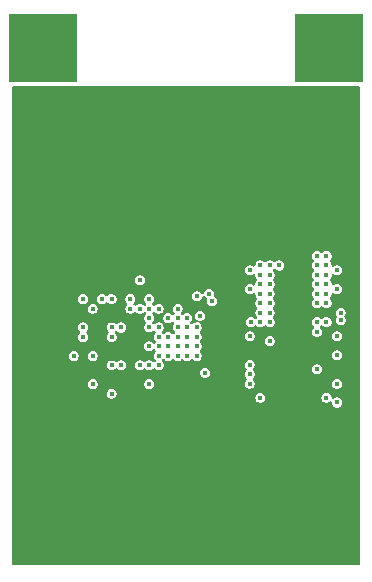
<source format=gbr>
%TF.GenerationSoftware,KiCad,Pcbnew,9.0.3*%
%TF.CreationDate,2025-08-17T15:03:40+03:00*%
%TF.ProjectId,ThingsCore-1,5468696e-6773-4436-9f72-652d312e6b69,rev?*%
%TF.SameCoordinates,Original*%
%TF.FileFunction,Copper,L5,Inr*%
%TF.FilePolarity,Positive*%
%FSLAX46Y46*%
G04 Gerber Fmt 4.6, Leading zero omitted, Abs format (unit mm)*
G04 Created by KiCad (PCBNEW 9.0.3) date 2025-08-17 15:03:40*
%MOMM*%
%LPD*%
G01*
G04 APERTURE LIST*
%TA.AperFunction,ComponentPad*%
%ADD10R,5.800000X5.800000*%
%TD*%
%TA.AperFunction,ViaPad*%
%ADD11C,0.450000*%
%TD*%
G04 APERTURE END LIST*
D10*
%TO.N,*%
%TO.C,U1*%
X15307328Y-15308537D03*
X39486338Y-15314455D03*
%TD*%
D11*
%TO.N,GND*%
X22700000Y-42149998D03*
X20350000Y-34200000D03*
X32800000Y-45300000D03*
X21900000Y-41350000D03*
X25100000Y-36550000D03*
X40200000Y-42100000D03*
X33700000Y-42500000D03*
X39300000Y-39300000D03*
X40200000Y-33300000D03*
X21900000Y-37350000D03*
X17950000Y-42100000D03*
X19500000Y-39750000D03*
X32800000Y-36500000D03*
X33700000Y-39300000D03*
X34500000Y-42500000D03*
X27900000Y-46300000D03*
X22700000Y-40550000D03*
X25900000Y-42149998D03*
X40200000Y-42900000D03*
X21900000Y-39750000D03*
X40200000Y-44500000D03*
X25900000Y-37350000D03*
X40200000Y-34900000D03*
X28950000Y-36550000D03*
X37700000Y-44100000D03*
X40200000Y-36500000D03*
X32800000Y-44619850D03*
X40200000Y-40500000D03*
X28300000Y-32550000D03*
X16350000Y-35000000D03*
X19500000Y-42950000D03*
X17950000Y-35800000D03*
X32800000Y-40500000D03*
X23500000Y-35750000D03*
X32800000Y-41300000D03*
X24300002Y-42950000D03*
X16350000Y-40500000D03*
X25900000Y-38950000D03*
X32800000Y-33300000D03*
X34500000Y-40900000D03*
X32800000Y-34900000D03*
X23500002Y-43750000D03*
X20300000Y-44550002D03*
X21100000Y-37350000D03*
X14700000Y-45350000D03*
X18650000Y-41400000D03*
X21100000Y-41350000D03*
X18700000Y-43750000D03*
X25100000Y-45349998D03*
X39300000Y-42500000D03*
X17900000Y-39750000D03*
X14700000Y-32550000D03*
%TO.N,3V3_VDD*%
X22700000Y-36550002D03*
X22700000Y-37349998D03*
X17900000Y-41350000D03*
X23500000Y-42150000D03*
X18700000Y-39750000D03*
X21900000Y-42150000D03*
X23500000Y-34950000D03*
X19500000Y-37350000D03*
X19500000Y-41350000D03*
X21100000Y-44550002D03*
X21100000Y-42150000D03*
X19500000Y-43750002D03*
X24299998Y-43750000D03*
%TO.N,1V25_CORE*%
X18700000Y-38950000D03*
X21900000Y-38950000D03*
X21100000Y-36550000D03*
X21100000Y-39750000D03*
X21100000Y-38950000D03*
X20300000Y-36550000D03*
X18700000Y-36550000D03*
X25100000Y-39750000D03*
%TO.N,1V35_DDR*%
X24299998Y-36550000D03*
X33700000Y-38500000D03*
X40200000Y-41300000D03*
X32800000Y-42100000D03*
X32800000Y-35700000D03*
X32800000Y-43700000D03*
X32800000Y-39700000D03*
X40200000Y-43700000D03*
X32800000Y-42900000D03*
X34500000Y-40100000D03*
X24293963Y-38942155D03*
X39300000Y-44900000D03*
X38500000Y-39300000D03*
X40200000Y-34100000D03*
X39300000Y-38500000D03*
X40200000Y-45300000D03*
X38500000Y-42500000D03*
X33700000Y-44900000D03*
X23500002Y-37350000D03*
X24300000Y-42150000D03*
X40200000Y-35700000D03*
X24273127Y-40549991D03*
X32800000Y-34100000D03*
%TO.N,/DDR3/DDR_VREF*%
X25100000Y-42150000D03*
X40200000Y-39700000D03*
X33700000Y-36900000D03*
%TO.N,/DDR3/DDR_CLK_N*%
X34500000Y-37700000D03*
X28300000Y-39750000D03*
%TO.N,/DDR3/DDR_CLK_P*%
X27500000Y-39750000D03*
X34500000Y-38500000D03*
%TO.N,/DDR3/ZQ*%
X29025000Y-42775000D03*
X33700000Y-37700000D03*
%TO.N,/DDR3/DDR_CKE*%
X32900000Y-38500000D03*
X25900000Y-40550000D03*
%TO.N,/DDR3/DDR_RESETN*%
X39300000Y-32900000D03*
X28350000Y-36300000D03*
%TO.N,/DDR3/DDR_BA1*%
X33700000Y-36100000D03*
X26700000Y-41350000D03*
%TO.N,/DDR3/DDR_RASN*%
X38500000Y-38500000D03*
X28300000Y-38950000D03*
%TO.N,/DDR3/DDR_BA0*%
X28600000Y-37950000D03*
X39300000Y-36100000D03*
%TO.N,/DDR3/DDR_A4*%
X33700000Y-35300000D03*
X25100000Y-41350000D03*
%TO.N,/DDR3/DDR_A2*%
X38500000Y-34500000D03*
X29600000Y-36700000D03*
%TO.N,/DDR3/DDR_A6*%
X33700000Y-34500000D03*
X27500000Y-41350000D03*
%TO.N,/DDR3/DDR_A11*%
X34500000Y-33700000D03*
X25100000Y-40550000D03*
%TO.N,/DDR3/DDR_A1*%
X34500000Y-34500000D03*
X26700000Y-40550000D03*
%TO.N,/DDR3/DDR_A5*%
X29350000Y-36100000D03*
X39300000Y-34500000D03*
%TO.N,/DDR3/DDR_CSN*%
X39300000Y-36900000D03*
X27500000Y-38900000D03*
%TO.N,/DDR3/DDR_A0*%
X27500000Y-38150000D03*
X38500000Y-35300000D03*
%TO.N,/DDR3/DDR_A13*%
X25100000Y-37350000D03*
X38500000Y-32900000D03*
%TO.N,/DDR3/DDR_ODT*%
X26700000Y-38900000D03*
X40500000Y-38350000D03*
%TO.N,/DDR3/DDR_A15*%
X27500000Y-40550000D03*
X34500000Y-36100000D03*
%TO.N,/DDR3/DDR_A7*%
X39300000Y-33700000D03*
X25900000Y-38150000D03*
%TO.N,/DDR3/DDR_BA2*%
X24300000Y-38150000D03*
X24300000Y-37350000D03*
X38500000Y-36100000D03*
%TO.N,/DDR3/DDR_A10*%
X34500000Y-36900000D03*
X25900000Y-39750000D03*
%TO.N,/DDR3/DDR_WEN*%
X25100000Y-38950000D03*
X38500000Y-36900000D03*
%TO.N,/DDR3/DDR_A9*%
X38500000Y-33700000D03*
X26700000Y-37350000D03*
%TO.N,/DDR3/DDR_A3*%
X26700000Y-38150000D03*
X39300000Y-35300000D03*
%TO.N,/DDR3/DDR_A14*%
X28300000Y-41350000D03*
X35300000Y-33700000D03*
%TO.N,/DDR3/DDR_A12*%
X28300000Y-40550000D03*
X34500000Y-35300000D03*
%TO.N,/DDR3/DDR_A8*%
X33700000Y-33700000D03*
X25900000Y-41350000D03*
%TO.N,/DDR3/DDR_CASN*%
X40500000Y-37700000D03*
X26700000Y-39750000D03*
%TD*%
%TA.AperFunction,Conductor*%
%TO.N,GND*%
G36*
X42093039Y-18519685D02*
G01*
X42138794Y-18572489D01*
X42150000Y-18624000D01*
X42150000Y-58976000D01*
X42130315Y-59043039D01*
X42077511Y-59088794D01*
X42026000Y-59100000D01*
X12774000Y-59100000D01*
X12706961Y-59080315D01*
X12661206Y-59027511D01*
X12650000Y-58976000D01*
X12650000Y-44493984D01*
X20674500Y-44493984D01*
X20674500Y-44606020D01*
X20703497Y-44714239D01*
X20759515Y-44811265D01*
X20838737Y-44890487D01*
X20935763Y-44946505D01*
X21043982Y-44975502D01*
X21043984Y-44975502D01*
X21156016Y-44975502D01*
X21156018Y-44975502D01*
X21264237Y-44946505D01*
X21361263Y-44890487D01*
X21407768Y-44843982D01*
X33274500Y-44843982D01*
X33274500Y-44956018D01*
X33303497Y-45064237D01*
X33359515Y-45161263D01*
X33438737Y-45240485D01*
X33535763Y-45296503D01*
X33643982Y-45325500D01*
X33643984Y-45325500D01*
X33756016Y-45325500D01*
X33756018Y-45325500D01*
X33864237Y-45296503D01*
X33961263Y-45240485D01*
X34040485Y-45161263D01*
X34096503Y-45064237D01*
X34125500Y-44956018D01*
X34125500Y-44843982D01*
X38874500Y-44843982D01*
X38874500Y-44956018D01*
X38903497Y-45064237D01*
X38959515Y-45161263D01*
X39038737Y-45240485D01*
X39135763Y-45296503D01*
X39243982Y-45325500D01*
X39243984Y-45325500D01*
X39356016Y-45325500D01*
X39356018Y-45325500D01*
X39464237Y-45296503D01*
X39561263Y-45240485D01*
X39562819Y-45238929D01*
X39564451Y-45238037D01*
X39567709Y-45235538D01*
X39568098Y-45236045D01*
X39624142Y-45205444D01*
X39693834Y-45210428D01*
X39749767Y-45252300D01*
X39774184Y-45317764D01*
X39774500Y-45326610D01*
X39774500Y-45356018D01*
X39803497Y-45464237D01*
X39859515Y-45561263D01*
X39938737Y-45640485D01*
X40035763Y-45696503D01*
X40143982Y-45725500D01*
X40143984Y-45725500D01*
X40256016Y-45725500D01*
X40256018Y-45725500D01*
X40364237Y-45696503D01*
X40461263Y-45640485D01*
X40540485Y-45561263D01*
X40596503Y-45464237D01*
X40625500Y-45356018D01*
X40625500Y-45243982D01*
X40596503Y-45135763D01*
X40540485Y-45038737D01*
X40461263Y-44959515D01*
X40364237Y-44903497D01*
X40256018Y-44874500D01*
X40143982Y-44874500D01*
X40035763Y-44903497D01*
X40035760Y-44903498D01*
X39938740Y-44959513D01*
X39938734Y-44959517D01*
X39937181Y-44961071D01*
X39935548Y-44961962D01*
X39932291Y-44964462D01*
X39931901Y-44963954D01*
X39875858Y-44994556D01*
X39806166Y-44989572D01*
X39750233Y-44947700D01*
X39725816Y-44882236D01*
X39725500Y-44873390D01*
X39725500Y-44843984D01*
X39725500Y-44843982D01*
X39696503Y-44735763D01*
X39640485Y-44638737D01*
X39561263Y-44559515D01*
X39464237Y-44503497D01*
X39356018Y-44474500D01*
X39243982Y-44474500D01*
X39135763Y-44503497D01*
X39135760Y-44503498D01*
X39038740Y-44559513D01*
X39038734Y-44559517D01*
X38959517Y-44638734D01*
X38959513Y-44638740D01*
X38903498Y-44735760D01*
X38903497Y-44735763D01*
X38874500Y-44843982D01*
X34125500Y-44843982D01*
X34096503Y-44735763D01*
X34040485Y-44638737D01*
X33961263Y-44559515D01*
X33864237Y-44503497D01*
X33756018Y-44474500D01*
X33643982Y-44474500D01*
X33535763Y-44503497D01*
X33535760Y-44503498D01*
X33438740Y-44559513D01*
X33438734Y-44559517D01*
X33359517Y-44638734D01*
X33359513Y-44638740D01*
X33303498Y-44735760D01*
X33303497Y-44735763D01*
X33274500Y-44843982D01*
X21407768Y-44843982D01*
X21440485Y-44811265D01*
X21496503Y-44714239D01*
X21525500Y-44606020D01*
X21525500Y-44493984D01*
X21496503Y-44385765D01*
X21440485Y-44288739D01*
X21361263Y-44209517D01*
X21264237Y-44153499D01*
X21156018Y-44124502D01*
X21043982Y-44124502D01*
X20935763Y-44153499D01*
X20935760Y-44153500D01*
X20838740Y-44209515D01*
X20838734Y-44209519D01*
X20759517Y-44288736D01*
X20759513Y-44288742D01*
X20703498Y-44385762D01*
X20703497Y-44385765D01*
X20674500Y-44493984D01*
X12650000Y-44493984D01*
X12650000Y-43693984D01*
X19074500Y-43693984D01*
X19074500Y-43806020D01*
X19103497Y-43914239D01*
X19159515Y-44011265D01*
X19238737Y-44090487D01*
X19335763Y-44146505D01*
X19443982Y-44175502D01*
X19443984Y-44175502D01*
X19556016Y-44175502D01*
X19556018Y-44175502D01*
X19664237Y-44146505D01*
X19761263Y-44090487D01*
X19840485Y-44011265D01*
X19896503Y-43914239D01*
X19925500Y-43806020D01*
X19925500Y-43693984D01*
X19925499Y-43693982D01*
X23874498Y-43693982D01*
X23874498Y-43806018D01*
X23903495Y-43914237D01*
X23959513Y-44011263D01*
X24038735Y-44090485D01*
X24135761Y-44146503D01*
X24243980Y-44175500D01*
X24243982Y-44175500D01*
X24356014Y-44175500D01*
X24356016Y-44175500D01*
X24464235Y-44146503D01*
X24561261Y-44090485D01*
X24640483Y-44011263D01*
X24696501Y-43914237D01*
X24725498Y-43806018D01*
X24725498Y-43693982D01*
X24696501Y-43585763D01*
X24640483Y-43488737D01*
X24561261Y-43409515D01*
X24474662Y-43359517D01*
X24464237Y-43353498D01*
X24464236Y-43353497D01*
X24464235Y-43353497D01*
X24356016Y-43324500D01*
X24243980Y-43324500D01*
X24135761Y-43353497D01*
X24135758Y-43353498D01*
X24038738Y-43409513D01*
X24038732Y-43409517D01*
X23959515Y-43488734D01*
X23959511Y-43488740D01*
X23903496Y-43585760D01*
X23903495Y-43585763D01*
X23874498Y-43693982D01*
X19925499Y-43693982D01*
X19896503Y-43585765D01*
X19840485Y-43488739D01*
X19761263Y-43409517D01*
X19696579Y-43372171D01*
X19664239Y-43353500D01*
X19664238Y-43353499D01*
X19664237Y-43353499D01*
X19556018Y-43324502D01*
X19443982Y-43324502D01*
X19335763Y-43353499D01*
X19335760Y-43353500D01*
X19238740Y-43409515D01*
X19238734Y-43409519D01*
X19159517Y-43488736D01*
X19159513Y-43488742D01*
X19103498Y-43585762D01*
X19103498Y-43585763D01*
X19103497Y-43585765D01*
X19074500Y-43693984D01*
X12650000Y-43693984D01*
X12650000Y-42718982D01*
X28599500Y-42718982D01*
X28599500Y-42831018D01*
X28617047Y-42896502D01*
X28628497Y-42939236D01*
X28628498Y-42939239D01*
X28647169Y-42971579D01*
X28684515Y-43036263D01*
X28763737Y-43115485D01*
X28860763Y-43171503D01*
X28968982Y-43200500D01*
X28968984Y-43200500D01*
X29081016Y-43200500D01*
X29081018Y-43200500D01*
X29189237Y-43171503D01*
X29286263Y-43115485D01*
X29365485Y-43036263D01*
X29421503Y-42939237D01*
X29450500Y-42831018D01*
X29450500Y-42718982D01*
X29421503Y-42610763D01*
X29365485Y-42513737D01*
X29286263Y-42434515D01*
X29189237Y-42378497D01*
X29081018Y-42349500D01*
X28968982Y-42349500D01*
X28860763Y-42378497D01*
X28860760Y-42378498D01*
X28763740Y-42434513D01*
X28763734Y-42434517D01*
X28684517Y-42513734D01*
X28684513Y-42513740D01*
X28628498Y-42610760D01*
X28628497Y-42610763D01*
X28599500Y-42718982D01*
X12650000Y-42718982D01*
X12650000Y-42093982D01*
X20674500Y-42093982D01*
X20674500Y-42206018D01*
X20703497Y-42314237D01*
X20759515Y-42411263D01*
X20838737Y-42490485D01*
X20935763Y-42546503D01*
X21043982Y-42575500D01*
X21043984Y-42575500D01*
X21156016Y-42575500D01*
X21156018Y-42575500D01*
X21264237Y-42546503D01*
X21361263Y-42490485D01*
X21412319Y-42439429D01*
X21473642Y-42405944D01*
X21543334Y-42410928D01*
X21587681Y-42439429D01*
X21638737Y-42490485D01*
X21735763Y-42546503D01*
X21843982Y-42575500D01*
X21843984Y-42575500D01*
X21956016Y-42575500D01*
X21956018Y-42575500D01*
X22064237Y-42546503D01*
X22161263Y-42490485D01*
X22240485Y-42411263D01*
X22296503Y-42314237D01*
X22325500Y-42206018D01*
X22325500Y-42093982D01*
X22296503Y-41985763D01*
X22240485Y-41888737D01*
X22161263Y-41809515D01*
X22074664Y-41759517D01*
X22064239Y-41753498D01*
X22064238Y-41753497D01*
X22064237Y-41753497D01*
X21956018Y-41724500D01*
X21843982Y-41724500D01*
X21735763Y-41753497D01*
X21735760Y-41753498D01*
X21638740Y-41809513D01*
X21638734Y-41809517D01*
X21587681Y-41860571D01*
X21526358Y-41894056D01*
X21456666Y-41889072D01*
X21412319Y-41860571D01*
X21361265Y-41809517D01*
X21361263Y-41809515D01*
X21274664Y-41759517D01*
X21264239Y-41753498D01*
X21264238Y-41753497D01*
X21264237Y-41753497D01*
X21156018Y-41724500D01*
X21043982Y-41724500D01*
X20935763Y-41753497D01*
X20935760Y-41753498D01*
X20838740Y-41809513D01*
X20838734Y-41809517D01*
X20759517Y-41888734D01*
X20759513Y-41888740D01*
X20703498Y-41985760D01*
X20703497Y-41985763D01*
X20674500Y-42093982D01*
X12650000Y-42093982D01*
X12650000Y-41293982D01*
X17474500Y-41293982D01*
X17474500Y-41406018D01*
X17503497Y-41514237D01*
X17559515Y-41611263D01*
X17638737Y-41690485D01*
X17735763Y-41746503D01*
X17843982Y-41775500D01*
X17843984Y-41775500D01*
X17956016Y-41775500D01*
X17956018Y-41775500D01*
X18064237Y-41746503D01*
X18161263Y-41690485D01*
X18240485Y-41611263D01*
X18296503Y-41514237D01*
X18325500Y-41406018D01*
X18325500Y-41293982D01*
X19074500Y-41293982D01*
X19074500Y-41406018D01*
X19103497Y-41514237D01*
X19159515Y-41611263D01*
X19238737Y-41690485D01*
X19335763Y-41746503D01*
X19443982Y-41775500D01*
X19443984Y-41775500D01*
X19556016Y-41775500D01*
X19556018Y-41775500D01*
X19664237Y-41746503D01*
X19761263Y-41690485D01*
X19840485Y-41611263D01*
X19896503Y-41514237D01*
X19925500Y-41406018D01*
X19925500Y-41293982D01*
X19896503Y-41185763D01*
X19840485Y-41088737D01*
X19761263Y-41009515D01*
X19674664Y-40959517D01*
X19664239Y-40953498D01*
X19664238Y-40953497D01*
X19664237Y-40953497D01*
X19556018Y-40924500D01*
X19443982Y-40924500D01*
X19335763Y-40953497D01*
X19335760Y-40953498D01*
X19238740Y-41009513D01*
X19238734Y-41009517D01*
X19159517Y-41088734D01*
X19159513Y-41088740D01*
X19103498Y-41185760D01*
X19103497Y-41185763D01*
X19074500Y-41293982D01*
X18325500Y-41293982D01*
X18296503Y-41185763D01*
X18240485Y-41088737D01*
X18161263Y-41009515D01*
X18074664Y-40959517D01*
X18064239Y-40953498D01*
X18064238Y-40953497D01*
X18064237Y-40953497D01*
X17956018Y-40924500D01*
X17843982Y-40924500D01*
X17735763Y-40953497D01*
X17735760Y-40953498D01*
X17638740Y-41009513D01*
X17638734Y-41009517D01*
X17559517Y-41088734D01*
X17559513Y-41088740D01*
X17503498Y-41185760D01*
X17503497Y-41185763D01*
X17474500Y-41293982D01*
X12650000Y-41293982D01*
X12650000Y-38893982D01*
X18274500Y-38893982D01*
X18274500Y-39006018D01*
X18303497Y-39114237D01*
X18359515Y-39211263D01*
X18359517Y-39211265D01*
X18410571Y-39262319D01*
X18444056Y-39323642D01*
X18439072Y-39393334D01*
X18410571Y-39437681D01*
X18359517Y-39488734D01*
X18359513Y-39488740D01*
X18303498Y-39585760D01*
X18303497Y-39585763D01*
X18274500Y-39693982D01*
X18274500Y-39806018D01*
X18303497Y-39914237D01*
X18359515Y-40011263D01*
X18438737Y-40090485D01*
X18535763Y-40146503D01*
X18643982Y-40175500D01*
X18643984Y-40175500D01*
X18756016Y-40175500D01*
X18756018Y-40175500D01*
X18864237Y-40146503D01*
X18961263Y-40090485D01*
X19040485Y-40011263D01*
X19096503Y-39914237D01*
X19125500Y-39806018D01*
X19125500Y-39693982D01*
X19096503Y-39585763D01*
X19040485Y-39488737D01*
X18989429Y-39437681D01*
X18955944Y-39376358D01*
X18960928Y-39306666D01*
X18989429Y-39262319D01*
X19014429Y-39237319D01*
X19040485Y-39211263D01*
X19096503Y-39114237D01*
X19125500Y-39006018D01*
X19125500Y-38893982D01*
X20674500Y-38893982D01*
X20674500Y-39006018D01*
X20703497Y-39114237D01*
X20759515Y-39211263D01*
X20759517Y-39211265D01*
X20810571Y-39262319D01*
X20844056Y-39323642D01*
X20839072Y-39393334D01*
X20810571Y-39437681D01*
X20759517Y-39488734D01*
X20759513Y-39488740D01*
X20703498Y-39585760D01*
X20703497Y-39585763D01*
X20674500Y-39693982D01*
X20674500Y-39806018D01*
X20703497Y-39914237D01*
X20759515Y-40011263D01*
X20838737Y-40090485D01*
X20935763Y-40146503D01*
X21043982Y-40175500D01*
X21043984Y-40175500D01*
X21156016Y-40175500D01*
X21156018Y-40175500D01*
X21264237Y-40146503D01*
X21361263Y-40090485D01*
X21440485Y-40011263D01*
X21496503Y-39914237D01*
X21525500Y-39806018D01*
X21525500Y-39693982D01*
X21496503Y-39585763D01*
X21440485Y-39488737D01*
X21389429Y-39437681D01*
X21385090Y-39429735D01*
X21377843Y-39424310D01*
X21368608Y-39399550D01*
X21355944Y-39376358D01*
X21356589Y-39367328D01*
X21353426Y-39358846D01*
X21359042Y-39333025D01*
X21360928Y-39306666D01*
X21366746Y-39297612D01*
X21368278Y-39290573D01*
X21389429Y-39262319D01*
X21412319Y-39239429D01*
X21473642Y-39205944D01*
X21543334Y-39210928D01*
X21587681Y-39239429D01*
X21638737Y-39290485D01*
X21735763Y-39346503D01*
X21843982Y-39375500D01*
X21843984Y-39375500D01*
X21956016Y-39375500D01*
X21956018Y-39375500D01*
X22064237Y-39346503D01*
X22161263Y-39290485D01*
X22240485Y-39211263D01*
X22296503Y-39114237D01*
X22325500Y-39006018D01*
X22325500Y-38893982D01*
X22296503Y-38785763D01*
X22240485Y-38688737D01*
X22161263Y-38609515D01*
X22081965Y-38563732D01*
X22064239Y-38553498D01*
X22064238Y-38553497D01*
X22064237Y-38553497D01*
X21956018Y-38524500D01*
X21843982Y-38524500D01*
X21735763Y-38553497D01*
X21735760Y-38553498D01*
X21638740Y-38609513D01*
X21638734Y-38609517D01*
X21587681Y-38660571D01*
X21526358Y-38694056D01*
X21456666Y-38689072D01*
X21412319Y-38660571D01*
X21361265Y-38609517D01*
X21361263Y-38609515D01*
X21281965Y-38563732D01*
X21264239Y-38553498D01*
X21264238Y-38553497D01*
X21264237Y-38553497D01*
X21156018Y-38524500D01*
X21043982Y-38524500D01*
X20935763Y-38553497D01*
X20935760Y-38553498D01*
X20838740Y-38609513D01*
X20838734Y-38609517D01*
X20759517Y-38688734D01*
X20759513Y-38688740D01*
X20703498Y-38785760D01*
X20703497Y-38785763D01*
X20674500Y-38893982D01*
X19125500Y-38893982D01*
X19096503Y-38785763D01*
X19040485Y-38688737D01*
X18961263Y-38609515D01*
X18881965Y-38563732D01*
X18864239Y-38553498D01*
X18864238Y-38553497D01*
X18864237Y-38553497D01*
X18756018Y-38524500D01*
X18643982Y-38524500D01*
X18535763Y-38553497D01*
X18535760Y-38553498D01*
X18438740Y-38609513D01*
X18438734Y-38609517D01*
X18359517Y-38688734D01*
X18359513Y-38688740D01*
X18303498Y-38785760D01*
X18303497Y-38785763D01*
X18274500Y-38893982D01*
X12650000Y-38893982D01*
X12650000Y-37293982D01*
X19074500Y-37293982D01*
X19074500Y-37406018D01*
X19103497Y-37514237D01*
X19159515Y-37611263D01*
X19238737Y-37690485D01*
X19335763Y-37746503D01*
X19443982Y-37775500D01*
X19443984Y-37775500D01*
X19556016Y-37775500D01*
X19556018Y-37775500D01*
X19664237Y-37746503D01*
X19761263Y-37690485D01*
X19840485Y-37611263D01*
X19896503Y-37514237D01*
X19925500Y-37406018D01*
X19925500Y-37293982D01*
X19896503Y-37185763D01*
X19840485Y-37088737D01*
X19761263Y-37009515D01*
X19677681Y-36961259D01*
X19664239Y-36953498D01*
X19664238Y-36953497D01*
X19664237Y-36953497D01*
X19556018Y-36924500D01*
X19443982Y-36924500D01*
X19335763Y-36953497D01*
X19335760Y-36953498D01*
X19238740Y-37009513D01*
X19238734Y-37009517D01*
X19159517Y-37088734D01*
X19159513Y-37088740D01*
X19103498Y-37185760D01*
X19103498Y-37185761D01*
X19103497Y-37185763D01*
X19074500Y-37293982D01*
X12650000Y-37293982D01*
X12650000Y-36493982D01*
X18274500Y-36493982D01*
X18274500Y-36606018D01*
X18303497Y-36714237D01*
X18359515Y-36811263D01*
X18438737Y-36890485D01*
X18535763Y-36946503D01*
X18643982Y-36975500D01*
X18643984Y-36975500D01*
X18756016Y-36975500D01*
X18756018Y-36975500D01*
X18864237Y-36946503D01*
X18961263Y-36890485D01*
X19040485Y-36811263D01*
X19096503Y-36714237D01*
X19125500Y-36606018D01*
X19125500Y-36493982D01*
X19874500Y-36493982D01*
X19874500Y-36606018D01*
X19903497Y-36714237D01*
X19959515Y-36811263D01*
X20038737Y-36890485D01*
X20135763Y-36946503D01*
X20243982Y-36975500D01*
X20243984Y-36975500D01*
X20356016Y-36975500D01*
X20356018Y-36975500D01*
X20464237Y-36946503D01*
X20561263Y-36890485D01*
X20612319Y-36839429D01*
X20673642Y-36805944D01*
X20743334Y-36810928D01*
X20787681Y-36839429D01*
X20838737Y-36890485D01*
X20935763Y-36946503D01*
X21043982Y-36975500D01*
X21043984Y-36975500D01*
X21156016Y-36975500D01*
X21156018Y-36975500D01*
X21264237Y-36946503D01*
X21361263Y-36890485D01*
X21440485Y-36811263D01*
X21496503Y-36714237D01*
X21525500Y-36606018D01*
X21525500Y-36493984D01*
X22274500Y-36493984D01*
X22274500Y-36606020D01*
X22303497Y-36714237D01*
X22303497Y-36714238D01*
X22303498Y-36714241D01*
X22315922Y-36735760D01*
X22359515Y-36811265D01*
X22359517Y-36811267D01*
X22410569Y-36862319D01*
X22444054Y-36923642D01*
X22439070Y-36993334D01*
X22410569Y-37037681D01*
X22359517Y-37088732D01*
X22359513Y-37088738D01*
X22303498Y-37185758D01*
X22303497Y-37185761D01*
X22274500Y-37293980D01*
X22274500Y-37406016D01*
X22300002Y-37501189D01*
X22303497Y-37514234D01*
X22303498Y-37514237D01*
X22315924Y-37535760D01*
X22359515Y-37611261D01*
X22438737Y-37690483D01*
X22535763Y-37746501D01*
X22643982Y-37775498D01*
X22643984Y-37775498D01*
X22756016Y-37775498D01*
X22756018Y-37775498D01*
X22864237Y-37746501D01*
X22961263Y-37690483D01*
X23012319Y-37639427D01*
X23073642Y-37605942D01*
X23143334Y-37610926D01*
X23187681Y-37639427D01*
X23238739Y-37690485D01*
X23335765Y-37746503D01*
X23443984Y-37775500D01*
X23443986Y-37775500D01*
X23556018Y-37775500D01*
X23556020Y-37775500D01*
X23664239Y-37746503D01*
X23761265Y-37690485D01*
X23812320Y-37639430D01*
X23820265Y-37635091D01*
X23825691Y-37627844D01*
X23850450Y-37618609D01*
X23873643Y-37605945D01*
X23882672Y-37606590D01*
X23891155Y-37603427D01*
X23916975Y-37609043D01*
X23943335Y-37610929D01*
X23952388Y-37616747D01*
X23959428Y-37618279D01*
X23987682Y-37639430D01*
X24010571Y-37662319D01*
X24044056Y-37723642D01*
X24039072Y-37793334D01*
X24010571Y-37837681D01*
X23959517Y-37888734D01*
X23959513Y-37888740D01*
X23903498Y-37985760D01*
X23903497Y-37985763D01*
X23874500Y-38093982D01*
X23874500Y-38206018D01*
X23903497Y-38314237D01*
X23959515Y-38411263D01*
X23959517Y-38411265D01*
X24003630Y-38455378D01*
X24037115Y-38516701D01*
X24032131Y-38586393D01*
X24003630Y-38630740D01*
X23953480Y-38680889D01*
X23953476Y-38680895D01*
X23898857Y-38775499D01*
X23897460Y-38777918D01*
X23868463Y-38886137D01*
X23868463Y-38998173D01*
X23897460Y-39106392D01*
X23953478Y-39203418D01*
X24032700Y-39282640D01*
X24129726Y-39338658D01*
X24237945Y-39367655D01*
X24237947Y-39367655D01*
X24349979Y-39367655D01*
X24349981Y-39367655D01*
X24458200Y-39338658D01*
X24555226Y-39282640D01*
X24605378Y-39232488D01*
X24613323Y-39228149D01*
X24618749Y-39220902D01*
X24643508Y-39211667D01*
X24666701Y-39199003D01*
X24675730Y-39199648D01*
X24684213Y-39196485D01*
X24710033Y-39202101D01*
X24736393Y-39203987D01*
X24745446Y-39209805D01*
X24752486Y-39211337D01*
X24780740Y-39232488D01*
X24810571Y-39262319D01*
X24844056Y-39323642D01*
X24839072Y-39393334D01*
X24810571Y-39437681D01*
X24759517Y-39488734D01*
X24759513Y-39488740D01*
X24703498Y-39585760D01*
X24703497Y-39585763D01*
X24674500Y-39693982D01*
X24674500Y-39806018D01*
X24703497Y-39914237D01*
X24759515Y-40011263D01*
X24759517Y-40011265D01*
X24810571Y-40062319D01*
X24814909Y-40070264D01*
X24822157Y-40075690D01*
X24831391Y-40100449D01*
X24844056Y-40123642D01*
X24843410Y-40132671D01*
X24846574Y-40141154D01*
X24840957Y-40166974D01*
X24839072Y-40193334D01*
X24833253Y-40202387D01*
X24831722Y-40209427D01*
X24810571Y-40237681D01*
X24774249Y-40274003D01*
X24712926Y-40307488D01*
X24643234Y-40302504D01*
X24598887Y-40274003D01*
X24534392Y-40209508D01*
X24534390Y-40209506D01*
X24469706Y-40172160D01*
X24437366Y-40153489D01*
X24437365Y-40153488D01*
X24437364Y-40153488D01*
X24329145Y-40124491D01*
X24217109Y-40124491D01*
X24108890Y-40153488D01*
X24108887Y-40153489D01*
X24011867Y-40209504D01*
X24011861Y-40209508D01*
X23932644Y-40288725D01*
X23932640Y-40288731D01*
X23876625Y-40385751D01*
X23876624Y-40385754D01*
X23847627Y-40493973D01*
X23847627Y-40606009D01*
X23847630Y-40606018D01*
X23876624Y-40714227D01*
X23876625Y-40714230D01*
X23876629Y-40714237D01*
X23932642Y-40811254D01*
X24011864Y-40890476D01*
X24108890Y-40946494D01*
X24217109Y-40975491D01*
X24217111Y-40975491D01*
X24329143Y-40975491D01*
X24329145Y-40975491D01*
X24437364Y-40946494D01*
X24534390Y-40890476D01*
X24598878Y-40825988D01*
X24606823Y-40821649D01*
X24612249Y-40814402D01*
X24637008Y-40805167D01*
X24660201Y-40792503D01*
X24669230Y-40793148D01*
X24677713Y-40789985D01*
X24703533Y-40795601D01*
X24729893Y-40797487D01*
X24738946Y-40803305D01*
X24745986Y-40804837D01*
X24774240Y-40825988D01*
X24810571Y-40862319D01*
X24844056Y-40923642D01*
X24839072Y-40993334D01*
X24810571Y-41037681D01*
X24759517Y-41088734D01*
X24759513Y-41088740D01*
X24703498Y-41185760D01*
X24703497Y-41185763D01*
X24674500Y-41293982D01*
X24674500Y-41406018D01*
X24703497Y-41514237D01*
X24759515Y-41611263D01*
X24759517Y-41611265D01*
X24810571Y-41662319D01*
X24814909Y-41670264D01*
X24822157Y-41675690D01*
X24831391Y-41700449D01*
X24844056Y-41723642D01*
X24843410Y-41732671D01*
X24846574Y-41741154D01*
X24840957Y-41766974D01*
X24839072Y-41793334D01*
X24833253Y-41802387D01*
X24831722Y-41809427D01*
X24810571Y-41837681D01*
X24787681Y-41860571D01*
X24726358Y-41894056D01*
X24656666Y-41889072D01*
X24612319Y-41860571D01*
X24561265Y-41809517D01*
X24561263Y-41809515D01*
X24474664Y-41759517D01*
X24464239Y-41753498D01*
X24464238Y-41753497D01*
X24464237Y-41753497D01*
X24356018Y-41724500D01*
X24243982Y-41724500D01*
X24135763Y-41753497D01*
X24135760Y-41753498D01*
X24038740Y-41809513D01*
X24038734Y-41809517D01*
X23987681Y-41860571D01*
X23926358Y-41894056D01*
X23856666Y-41889072D01*
X23812319Y-41860571D01*
X23761265Y-41809517D01*
X23761263Y-41809515D01*
X23674664Y-41759517D01*
X23664239Y-41753498D01*
X23664238Y-41753497D01*
X23664237Y-41753497D01*
X23556018Y-41724500D01*
X23443982Y-41724500D01*
X23335763Y-41753497D01*
X23335760Y-41753498D01*
X23238740Y-41809513D01*
X23238734Y-41809517D01*
X23159517Y-41888734D01*
X23159513Y-41888740D01*
X23103498Y-41985760D01*
X23103497Y-41985763D01*
X23074500Y-42093982D01*
X23074500Y-42206018D01*
X23103497Y-42314237D01*
X23159515Y-42411263D01*
X23238737Y-42490485D01*
X23335763Y-42546503D01*
X23443982Y-42575500D01*
X23443984Y-42575500D01*
X23556016Y-42575500D01*
X23556018Y-42575500D01*
X23664237Y-42546503D01*
X23761263Y-42490485D01*
X23812319Y-42439429D01*
X23873642Y-42405944D01*
X23943334Y-42410928D01*
X23987681Y-42439429D01*
X24038737Y-42490485D01*
X24135763Y-42546503D01*
X24243982Y-42575500D01*
X24243984Y-42575500D01*
X24356016Y-42575500D01*
X24356018Y-42575500D01*
X24464237Y-42546503D01*
X24561263Y-42490485D01*
X24612319Y-42439429D01*
X24673642Y-42405944D01*
X24743334Y-42410928D01*
X24787681Y-42439429D01*
X24838737Y-42490485D01*
X24935763Y-42546503D01*
X25043982Y-42575500D01*
X25043984Y-42575500D01*
X25156016Y-42575500D01*
X25156018Y-42575500D01*
X25264237Y-42546503D01*
X25361263Y-42490485D01*
X25440485Y-42411263D01*
X25496503Y-42314237D01*
X25525500Y-42206018D01*
X25525500Y-42093982D01*
X25512103Y-42043982D01*
X32374500Y-42043982D01*
X32374500Y-42156018D01*
X32403497Y-42264237D01*
X32459515Y-42361263D01*
X32459517Y-42361265D01*
X32510571Y-42412319D01*
X32544056Y-42473642D01*
X32539072Y-42543334D01*
X32510571Y-42587681D01*
X32459517Y-42638734D01*
X32459513Y-42638740D01*
X32403498Y-42735760D01*
X32403497Y-42735763D01*
X32374500Y-42843982D01*
X32374500Y-42956018D01*
X32403497Y-43064237D01*
X32459515Y-43161263D01*
X32459517Y-43161265D01*
X32510571Y-43212319D01*
X32544056Y-43273642D01*
X32539072Y-43343334D01*
X32510571Y-43387681D01*
X32459517Y-43438734D01*
X32459513Y-43438740D01*
X32403498Y-43535760D01*
X32403497Y-43535763D01*
X32374500Y-43643982D01*
X32374500Y-43756018D01*
X32403497Y-43864237D01*
X32459515Y-43961263D01*
X32538737Y-44040485D01*
X32635763Y-44096503D01*
X32743982Y-44125500D01*
X32743984Y-44125500D01*
X32856016Y-44125500D01*
X32856018Y-44125500D01*
X32964237Y-44096503D01*
X33061263Y-44040485D01*
X33140485Y-43961263D01*
X33196503Y-43864237D01*
X33225500Y-43756018D01*
X33225500Y-43643982D01*
X39774500Y-43643982D01*
X39774500Y-43756018D01*
X39803497Y-43864237D01*
X39859515Y-43961263D01*
X39938737Y-44040485D01*
X40035763Y-44096503D01*
X40143982Y-44125500D01*
X40143984Y-44125500D01*
X40256016Y-44125500D01*
X40256018Y-44125500D01*
X40364237Y-44096503D01*
X40461263Y-44040485D01*
X40540485Y-43961263D01*
X40596503Y-43864237D01*
X40625500Y-43756018D01*
X40625500Y-43643982D01*
X40596503Y-43535763D01*
X40540485Y-43438737D01*
X40461263Y-43359515D01*
X40364237Y-43303497D01*
X40256018Y-43274500D01*
X40143982Y-43274500D01*
X40035763Y-43303497D01*
X40035760Y-43303498D01*
X39938740Y-43359513D01*
X39938734Y-43359517D01*
X39859517Y-43438734D01*
X39859513Y-43438740D01*
X39803498Y-43535760D01*
X39803497Y-43535763D01*
X39774500Y-43643982D01*
X33225500Y-43643982D01*
X33196503Y-43535763D01*
X33140485Y-43438737D01*
X33089429Y-43387681D01*
X33055944Y-43326358D01*
X33060928Y-43256666D01*
X33089429Y-43212319D01*
X33101249Y-43200499D01*
X33140485Y-43161263D01*
X33196503Y-43064237D01*
X33225500Y-42956018D01*
X33225500Y-42843982D01*
X33196503Y-42735763D01*
X33140485Y-42638737D01*
X33089429Y-42587681D01*
X33085493Y-42580474D01*
X33078855Y-42575643D01*
X33068995Y-42550259D01*
X33055944Y-42526358D01*
X33056529Y-42518167D01*
X33053557Y-42510514D01*
X33058985Y-42483831D01*
X33060928Y-42456666D01*
X33066208Y-42448326D01*
X33067092Y-42443982D01*
X38074500Y-42443982D01*
X38074500Y-42556018D01*
X38103497Y-42664237D01*
X38159515Y-42761263D01*
X38238737Y-42840485D01*
X38335763Y-42896503D01*
X38443982Y-42925500D01*
X38443984Y-42925500D01*
X38556016Y-42925500D01*
X38556018Y-42925500D01*
X38664237Y-42896503D01*
X38761263Y-42840485D01*
X38840485Y-42761263D01*
X38896503Y-42664237D01*
X38925500Y-42556018D01*
X38925500Y-42443982D01*
X38896503Y-42335763D01*
X38840485Y-42238737D01*
X38761263Y-42159515D01*
X38664237Y-42103497D01*
X38556018Y-42074500D01*
X38443982Y-42074500D01*
X38335763Y-42103497D01*
X38335760Y-42103498D01*
X38238740Y-42159513D01*
X38238734Y-42159517D01*
X38159517Y-42238734D01*
X38159513Y-42238740D01*
X38103498Y-42335760D01*
X38103497Y-42335763D01*
X38074500Y-42443982D01*
X33067092Y-42443982D01*
X33067486Y-42442047D01*
X33086468Y-42416329D01*
X33088254Y-42413510D01*
X33088838Y-42412909D01*
X33140485Y-42361263D01*
X33196503Y-42264237D01*
X33225500Y-42156018D01*
X33225500Y-42043982D01*
X33196503Y-41935763D01*
X33140485Y-41838737D01*
X33061263Y-41759515D01*
X32964237Y-41703497D01*
X32856018Y-41674500D01*
X32743982Y-41674500D01*
X32635763Y-41703497D01*
X32635760Y-41703498D01*
X32538740Y-41759513D01*
X32538734Y-41759517D01*
X32459517Y-41838734D01*
X32459513Y-41838740D01*
X32403498Y-41935760D01*
X32403497Y-41935763D01*
X32374500Y-42043982D01*
X25512103Y-42043982D01*
X25496503Y-41985763D01*
X25440485Y-41888737D01*
X25389429Y-41837681D01*
X25385090Y-41829735D01*
X25377843Y-41824310D01*
X25368608Y-41799550D01*
X25355944Y-41776358D01*
X25356589Y-41767328D01*
X25353426Y-41758846D01*
X25359042Y-41733025D01*
X25360928Y-41706666D01*
X25366746Y-41697612D01*
X25368278Y-41690573D01*
X25389429Y-41662319D01*
X25412319Y-41639429D01*
X25473642Y-41605944D01*
X25543334Y-41610928D01*
X25587681Y-41639429D01*
X25638737Y-41690485D01*
X25735763Y-41746503D01*
X25843982Y-41775500D01*
X25843984Y-41775500D01*
X25956016Y-41775500D01*
X25956018Y-41775500D01*
X26064237Y-41746503D01*
X26161263Y-41690485D01*
X26212319Y-41639429D01*
X26273642Y-41605944D01*
X26343334Y-41610928D01*
X26387681Y-41639429D01*
X26438737Y-41690485D01*
X26535763Y-41746503D01*
X26643982Y-41775500D01*
X26643984Y-41775500D01*
X26756016Y-41775500D01*
X26756018Y-41775500D01*
X26864237Y-41746503D01*
X26961263Y-41690485D01*
X27012319Y-41639429D01*
X27073642Y-41605944D01*
X27143334Y-41610928D01*
X27187681Y-41639429D01*
X27238737Y-41690485D01*
X27335763Y-41746503D01*
X27443982Y-41775500D01*
X27443984Y-41775500D01*
X27556016Y-41775500D01*
X27556018Y-41775500D01*
X27664237Y-41746503D01*
X27761263Y-41690485D01*
X27812319Y-41639429D01*
X27873642Y-41605944D01*
X27943334Y-41610928D01*
X27987681Y-41639429D01*
X28038737Y-41690485D01*
X28135763Y-41746503D01*
X28243982Y-41775500D01*
X28243984Y-41775500D01*
X28356016Y-41775500D01*
X28356018Y-41775500D01*
X28464237Y-41746503D01*
X28561263Y-41690485D01*
X28640485Y-41611263D01*
X28696503Y-41514237D01*
X28725500Y-41406018D01*
X28725500Y-41293982D01*
X28712103Y-41243982D01*
X39774500Y-41243982D01*
X39774500Y-41356018D01*
X39803497Y-41464237D01*
X39859515Y-41561263D01*
X39938737Y-41640485D01*
X40035763Y-41696503D01*
X40143982Y-41725500D01*
X40143984Y-41725500D01*
X40256016Y-41725500D01*
X40256018Y-41725500D01*
X40364237Y-41696503D01*
X40461263Y-41640485D01*
X40540485Y-41561263D01*
X40596503Y-41464237D01*
X40625500Y-41356018D01*
X40625500Y-41243982D01*
X40596503Y-41135763D01*
X40540485Y-41038737D01*
X40461263Y-40959515D01*
X40364237Y-40903497D01*
X40256018Y-40874500D01*
X40143982Y-40874500D01*
X40035763Y-40903497D01*
X40035760Y-40903498D01*
X39938740Y-40959513D01*
X39938734Y-40959517D01*
X39859517Y-41038734D01*
X39859513Y-41038740D01*
X39803498Y-41135760D01*
X39803497Y-41135763D01*
X39774500Y-41243982D01*
X28712103Y-41243982D01*
X28696503Y-41185763D01*
X28640485Y-41088737D01*
X28589429Y-41037681D01*
X28555944Y-40976358D01*
X28560928Y-40906666D01*
X28589429Y-40862319D01*
X28640485Y-40811263D01*
X28696503Y-40714237D01*
X28725500Y-40606018D01*
X28725500Y-40493982D01*
X28696503Y-40385763D01*
X28640485Y-40288737D01*
X28589429Y-40237681D01*
X28555944Y-40176358D01*
X28560928Y-40106666D01*
X28589429Y-40062319D01*
X28611266Y-40040482D01*
X28640485Y-40011263D01*
X28696503Y-39914237D01*
X28725500Y-39806018D01*
X28725500Y-39693982D01*
X28712103Y-39643982D01*
X32374500Y-39643982D01*
X32374500Y-39756018D01*
X32403497Y-39864237D01*
X32459515Y-39961263D01*
X32538737Y-40040485D01*
X32635763Y-40096503D01*
X32743982Y-40125500D01*
X32743984Y-40125500D01*
X32856016Y-40125500D01*
X32856018Y-40125500D01*
X32964237Y-40096503D01*
X33055206Y-40043982D01*
X34074500Y-40043982D01*
X34074500Y-40156018D01*
X34103497Y-40264237D01*
X34159515Y-40361263D01*
X34238737Y-40440485D01*
X34335763Y-40496503D01*
X34443982Y-40525500D01*
X34443984Y-40525500D01*
X34556016Y-40525500D01*
X34556018Y-40525500D01*
X34664237Y-40496503D01*
X34761263Y-40440485D01*
X34840485Y-40361263D01*
X34896503Y-40264237D01*
X34925500Y-40156018D01*
X34925500Y-40043982D01*
X34896503Y-39935763D01*
X34840485Y-39838737D01*
X34761263Y-39759515D01*
X34664237Y-39703497D01*
X34556018Y-39674500D01*
X34443982Y-39674500D01*
X34335763Y-39703497D01*
X34335760Y-39703498D01*
X34238740Y-39759513D01*
X34238734Y-39759517D01*
X34159517Y-39838734D01*
X34159513Y-39838740D01*
X34103498Y-39935760D01*
X34103497Y-39935763D01*
X34074500Y-40043982D01*
X33055206Y-40043982D01*
X33061263Y-40040485D01*
X33140485Y-39961263D01*
X33196503Y-39864237D01*
X33225500Y-39756018D01*
X33225500Y-39643982D01*
X33196503Y-39535763D01*
X33140485Y-39438737D01*
X33061263Y-39359515D01*
X32964237Y-39303497D01*
X32856018Y-39274500D01*
X32743982Y-39274500D01*
X32635763Y-39303497D01*
X32635760Y-39303498D01*
X32538740Y-39359513D01*
X32538734Y-39359517D01*
X32459517Y-39438734D01*
X32459513Y-39438740D01*
X32403498Y-39535760D01*
X32403497Y-39535763D01*
X32374500Y-39643982D01*
X28712103Y-39643982D01*
X28696503Y-39585763D01*
X28640485Y-39488737D01*
X28589429Y-39437681D01*
X28555944Y-39376358D01*
X28560928Y-39306666D01*
X28589429Y-39262319D01*
X28614429Y-39237319D01*
X28640485Y-39211263D01*
X28696503Y-39114237D01*
X28725500Y-39006018D01*
X28725500Y-38893982D01*
X28696503Y-38785763D01*
X28640485Y-38688737D01*
X28561263Y-38609515D01*
X28556710Y-38606886D01*
X28508496Y-38556321D01*
X28495272Y-38487714D01*
X28521240Y-38422849D01*
X28578154Y-38382320D01*
X28618711Y-38375500D01*
X28656016Y-38375500D01*
X28656018Y-38375500D01*
X28764237Y-38346503D01*
X28861263Y-38290485D01*
X28940485Y-38211263D01*
X28996503Y-38114237D01*
X29025500Y-38006018D01*
X29025500Y-37893982D01*
X28996503Y-37785763D01*
X28940485Y-37688737D01*
X28861263Y-37609515D01*
X28764237Y-37553497D01*
X28656018Y-37524500D01*
X28543982Y-37524500D01*
X28435763Y-37553497D01*
X28435760Y-37553498D01*
X28338740Y-37609513D01*
X28338734Y-37609517D01*
X28259517Y-37688734D01*
X28259513Y-37688740D01*
X28203498Y-37785760D01*
X28203497Y-37785763D01*
X28174500Y-37893982D01*
X28174500Y-38006018D01*
X28203497Y-38114237D01*
X28259515Y-38211263D01*
X28338737Y-38290485D01*
X28343289Y-38293113D01*
X28391504Y-38343679D01*
X28404728Y-38412286D01*
X28378760Y-38477151D01*
X28321846Y-38517680D01*
X28281289Y-38524500D01*
X28243982Y-38524500D01*
X28135763Y-38553497D01*
X28135760Y-38553498D01*
X28038740Y-38609513D01*
X28038734Y-38609517D01*
X28012681Y-38635571D01*
X28004735Y-38639909D01*
X27999310Y-38647157D01*
X27974550Y-38656391D01*
X27951358Y-38669056D01*
X27942328Y-38668410D01*
X27933846Y-38671574D01*
X27908025Y-38665957D01*
X27881666Y-38664072D01*
X27872612Y-38658253D01*
X27865573Y-38656722D01*
X27837319Y-38635571D01*
X27814429Y-38612681D01*
X27780944Y-38551358D01*
X27785928Y-38481666D01*
X27814429Y-38437319D01*
X27840485Y-38411263D01*
X27896503Y-38314237D01*
X27925500Y-38206018D01*
X27925500Y-38093982D01*
X27896503Y-37985763D01*
X27840485Y-37888737D01*
X27761263Y-37809515D01*
X27673502Y-37758846D01*
X27664239Y-37753498D01*
X27664238Y-37753497D01*
X27664237Y-37753497D01*
X27556018Y-37724500D01*
X27443982Y-37724500D01*
X27335763Y-37753497D01*
X27335760Y-37753498D01*
X27238740Y-37809513D01*
X27238734Y-37809517D01*
X27187681Y-37860571D01*
X27179735Y-37864909D01*
X27174310Y-37872157D01*
X27149550Y-37881391D01*
X27126358Y-37894056D01*
X27117328Y-37893410D01*
X27108846Y-37896574D01*
X27083025Y-37890957D01*
X27056666Y-37889072D01*
X27047612Y-37883253D01*
X27040573Y-37881722D01*
X27012319Y-37860571D01*
X26989429Y-37837681D01*
X26955944Y-37776358D01*
X26960928Y-37706666D01*
X26989429Y-37662319D01*
X27012321Y-37639427D01*
X27040485Y-37611263D01*
X27096503Y-37514237D01*
X27125500Y-37406018D01*
X27125500Y-37293982D01*
X27096503Y-37185763D01*
X27040485Y-37088737D01*
X26961263Y-37009515D01*
X26877681Y-36961259D01*
X26864239Y-36953498D01*
X26864238Y-36953497D01*
X26864237Y-36953497D01*
X26756018Y-36924500D01*
X26643982Y-36924500D01*
X26535763Y-36953497D01*
X26535760Y-36953498D01*
X26438740Y-37009513D01*
X26438734Y-37009517D01*
X26359517Y-37088734D01*
X26359513Y-37088740D01*
X26303498Y-37185760D01*
X26303498Y-37185761D01*
X26303497Y-37185763D01*
X26274500Y-37293982D01*
X26274500Y-37406018D01*
X26303497Y-37514237D01*
X26359515Y-37611263D01*
X26359517Y-37611265D01*
X26410571Y-37662319D01*
X26414909Y-37670264D01*
X26422157Y-37675690D01*
X26431391Y-37700449D01*
X26444056Y-37723642D01*
X26443410Y-37732671D01*
X26446574Y-37741154D01*
X26440957Y-37766974D01*
X26439072Y-37793334D01*
X26433253Y-37802387D01*
X26431722Y-37809427D01*
X26410571Y-37837681D01*
X26387681Y-37860571D01*
X26326358Y-37894056D01*
X26256666Y-37889072D01*
X26212319Y-37860571D01*
X26161265Y-37809517D01*
X26161263Y-37809515D01*
X26073502Y-37758846D01*
X26064239Y-37753498D01*
X26064238Y-37753497D01*
X26064237Y-37753497D01*
X25956018Y-37724500D01*
X25843982Y-37724500D01*
X25735763Y-37753497D01*
X25735760Y-37753498D01*
X25638740Y-37809513D01*
X25638734Y-37809517D01*
X25559517Y-37888734D01*
X25559513Y-37888740D01*
X25503498Y-37985760D01*
X25503497Y-37985763D01*
X25474500Y-38093982D01*
X25474500Y-38206018D01*
X25503497Y-38314237D01*
X25559515Y-38411263D01*
X25638737Y-38490485D01*
X25735763Y-38546503D01*
X25843982Y-38575500D01*
X25843984Y-38575500D01*
X25956016Y-38575500D01*
X25956018Y-38575500D01*
X26064237Y-38546503D01*
X26161263Y-38490485D01*
X26166842Y-38484905D01*
X26228162Y-38451419D01*
X26297853Y-38456400D01*
X26353789Y-38498269D01*
X26378209Y-38563732D01*
X26363360Y-38632006D01*
X26361912Y-38634583D01*
X26303499Y-38735756D01*
X26303497Y-38735763D01*
X26274500Y-38843982D01*
X26274500Y-38956018D01*
X26303497Y-39064237D01*
X26359515Y-39161263D01*
X26359517Y-39161265D01*
X26435571Y-39237319D01*
X26439909Y-39245264D01*
X26447157Y-39250690D01*
X26456391Y-39275449D01*
X26469056Y-39298642D01*
X26468410Y-39307671D01*
X26471574Y-39316154D01*
X26465957Y-39341974D01*
X26464072Y-39368334D01*
X26458253Y-39377387D01*
X26456722Y-39384427D01*
X26435571Y-39412681D01*
X26387681Y-39460571D01*
X26326358Y-39494056D01*
X26256666Y-39489072D01*
X26212319Y-39460571D01*
X26161265Y-39409517D01*
X26161263Y-39409515D01*
X26074664Y-39359517D01*
X26064239Y-39353498D01*
X26064238Y-39353497D01*
X26064237Y-39353497D01*
X25956018Y-39324500D01*
X25843982Y-39324500D01*
X25735763Y-39353497D01*
X25735760Y-39353498D01*
X25638740Y-39409513D01*
X25638734Y-39409517D01*
X25587681Y-39460571D01*
X25579735Y-39464909D01*
X25574310Y-39472157D01*
X25549550Y-39481391D01*
X25526358Y-39494056D01*
X25517328Y-39493410D01*
X25508846Y-39496574D01*
X25483025Y-39490957D01*
X25456666Y-39489072D01*
X25447612Y-39483253D01*
X25440573Y-39481722D01*
X25412319Y-39460571D01*
X25389429Y-39437681D01*
X25355944Y-39376358D01*
X25360928Y-39306666D01*
X25389429Y-39262319D01*
X25414429Y-39237319D01*
X25440485Y-39211263D01*
X25496503Y-39114237D01*
X25525500Y-39006018D01*
X25525500Y-38893982D01*
X25496503Y-38785763D01*
X25440485Y-38688737D01*
X25361263Y-38609515D01*
X25281965Y-38563732D01*
X25264239Y-38553498D01*
X25264238Y-38553497D01*
X25264237Y-38553497D01*
X25156018Y-38524500D01*
X25043982Y-38524500D01*
X24935763Y-38553497D01*
X24935760Y-38553498D01*
X24838740Y-38609513D01*
X24838734Y-38609517D01*
X24788585Y-38659667D01*
X24780639Y-38664005D01*
X24775214Y-38671253D01*
X24750454Y-38680487D01*
X24727262Y-38693152D01*
X24718232Y-38692506D01*
X24709750Y-38695670D01*
X24683929Y-38690053D01*
X24657570Y-38688168D01*
X24648516Y-38682349D01*
X24641477Y-38680818D01*
X24613223Y-38659667D01*
X24590333Y-38636777D01*
X24556848Y-38575454D01*
X24561832Y-38505762D01*
X24590333Y-38461415D01*
X24614429Y-38437319D01*
X24640485Y-38411263D01*
X24696503Y-38314237D01*
X24725500Y-38206018D01*
X24725500Y-38093982D01*
X24696503Y-37985763D01*
X24640485Y-37888737D01*
X24589429Y-37837681D01*
X24585090Y-37829735D01*
X24577843Y-37824310D01*
X24568608Y-37799550D01*
X24555944Y-37776358D01*
X24556589Y-37767328D01*
X24553426Y-37758846D01*
X24559042Y-37733025D01*
X24560928Y-37706666D01*
X24566746Y-37697612D01*
X24568278Y-37690573D01*
X24589429Y-37662319D01*
X24612319Y-37639429D01*
X24673642Y-37605944D01*
X24743334Y-37610928D01*
X24787681Y-37639429D01*
X24838737Y-37690485D01*
X24935763Y-37746503D01*
X25043982Y-37775500D01*
X25043984Y-37775500D01*
X25156016Y-37775500D01*
X25156018Y-37775500D01*
X25264237Y-37746503D01*
X25361263Y-37690485D01*
X25440485Y-37611263D01*
X25496503Y-37514237D01*
X25525500Y-37406018D01*
X25525500Y-37293982D01*
X25496503Y-37185763D01*
X25440485Y-37088737D01*
X25361263Y-37009515D01*
X25277681Y-36961259D01*
X25264239Y-36953498D01*
X25264238Y-36953497D01*
X25264237Y-36953497D01*
X25156018Y-36924500D01*
X25043982Y-36924500D01*
X24935763Y-36953497D01*
X24935760Y-36953498D01*
X24838740Y-37009513D01*
X24838734Y-37009517D01*
X24787681Y-37060571D01*
X24779735Y-37064909D01*
X24774310Y-37072157D01*
X24749550Y-37081391D01*
X24726358Y-37094056D01*
X24717328Y-37093410D01*
X24708846Y-37096574D01*
X24683025Y-37090957D01*
X24656666Y-37089072D01*
X24647612Y-37083253D01*
X24640573Y-37081722D01*
X24612319Y-37060571D01*
X24589428Y-37037680D01*
X24555943Y-36976357D01*
X24560927Y-36906665D01*
X24589428Y-36862318D01*
X24612317Y-36839429D01*
X24640483Y-36811263D01*
X24696501Y-36714237D01*
X24725498Y-36606018D01*
X24725498Y-36493982D01*
X24696501Y-36385763D01*
X24640483Y-36288737D01*
X24595728Y-36243982D01*
X27924500Y-36243982D01*
X27924500Y-36356018D01*
X27953497Y-36464237D01*
X28009515Y-36561263D01*
X28088737Y-36640485D01*
X28185763Y-36696503D01*
X28293982Y-36725500D01*
X28293984Y-36725500D01*
X28406016Y-36725500D01*
X28406018Y-36725500D01*
X28514237Y-36696503D01*
X28611263Y-36640485D01*
X28690485Y-36561263D01*
X28746503Y-36464237D01*
X28771239Y-36371916D01*
X28807602Y-36312259D01*
X28870449Y-36281729D01*
X28939824Y-36290023D01*
X28976513Y-36314203D01*
X28989462Y-36326531D01*
X29009515Y-36361263D01*
X29088737Y-36440485D01*
X29140627Y-36470444D01*
X29151330Y-36480633D01*
X29161721Y-36498599D01*
X29176045Y-36513621D01*
X29178861Y-36528233D01*
X29186312Y-36541115D01*
X29185340Y-36561846D01*
X29189269Y-36582228D01*
X29185605Y-36602533D01*
X29174500Y-36643977D01*
X29174500Y-36643982D01*
X29174500Y-36756018D01*
X29203497Y-36864237D01*
X29259515Y-36961263D01*
X29338737Y-37040485D01*
X29435763Y-37096503D01*
X29543982Y-37125500D01*
X29543984Y-37125500D01*
X29656016Y-37125500D01*
X29656018Y-37125500D01*
X29764237Y-37096503D01*
X29861263Y-37040485D01*
X29940485Y-36961263D01*
X29996503Y-36864237D01*
X30025500Y-36756018D01*
X30025500Y-36643982D01*
X29996503Y-36535763D01*
X29940485Y-36438737D01*
X29861263Y-36359515D01*
X29822169Y-36336944D01*
X29773953Y-36286377D01*
X29760731Y-36217770D01*
X29764392Y-36197473D01*
X29775500Y-36156018D01*
X29775500Y-36043982D01*
X29746503Y-35935763D01*
X29690485Y-35838737D01*
X29611263Y-35759515D01*
X29514237Y-35703497D01*
X29406018Y-35674500D01*
X29293982Y-35674500D01*
X29185763Y-35703497D01*
X29185760Y-35703498D01*
X29088740Y-35759513D01*
X29088734Y-35759517D01*
X29009517Y-35838734D01*
X29009513Y-35838740D01*
X28953498Y-35935760D01*
X28953497Y-35935761D01*
X28947132Y-35959517D01*
X28935248Y-36003872D01*
X28928761Y-36028081D01*
X28892396Y-36087741D01*
X28829549Y-36118270D01*
X28760173Y-36109975D01*
X28706295Y-36065490D01*
X28701599Y-36057987D01*
X28701526Y-36057862D01*
X28690485Y-36038737D01*
X28611263Y-35959515D01*
X28514237Y-35903497D01*
X28406018Y-35874500D01*
X28293982Y-35874500D01*
X28185763Y-35903497D01*
X28185760Y-35903498D01*
X28088740Y-35959513D01*
X28088734Y-35959517D01*
X28009517Y-36038734D01*
X28009513Y-36038740D01*
X27953498Y-36135760D01*
X27953497Y-36135763D01*
X27924500Y-36243982D01*
X24595728Y-36243982D01*
X24561261Y-36209515D01*
X24496577Y-36172169D01*
X24464237Y-36153498D01*
X24464236Y-36153497D01*
X24464235Y-36153497D01*
X24356016Y-36124500D01*
X24243980Y-36124500D01*
X24135761Y-36153497D01*
X24135758Y-36153498D01*
X24038738Y-36209513D01*
X24038732Y-36209517D01*
X23959515Y-36288734D01*
X23959511Y-36288740D01*
X23903496Y-36385760D01*
X23903495Y-36385763D01*
X23874498Y-36493982D01*
X23874498Y-36606018D01*
X23903495Y-36714237D01*
X23959513Y-36811263D01*
X23959515Y-36811265D01*
X24010570Y-36862320D01*
X24014908Y-36870265D01*
X24022156Y-36875691D01*
X24031390Y-36900450D01*
X24044055Y-36923643D01*
X24043409Y-36932672D01*
X24046573Y-36941155D01*
X24040956Y-36966975D01*
X24039071Y-36993335D01*
X24033252Y-37002388D01*
X24031721Y-37009428D01*
X24010570Y-37037682D01*
X23987682Y-37060570D01*
X23926359Y-37094055D01*
X23856667Y-37089071D01*
X23812320Y-37060570D01*
X23761267Y-37009517D01*
X23761265Y-37009515D01*
X23677683Y-36961259D01*
X23664241Y-36953498D01*
X23664240Y-36953497D01*
X23664239Y-36953497D01*
X23556020Y-36924500D01*
X23443984Y-36924500D01*
X23335765Y-36953497D01*
X23335762Y-36953498D01*
X23238742Y-37009513D01*
X23238736Y-37009517D01*
X23187683Y-37060571D01*
X23179737Y-37064909D01*
X23174312Y-37072157D01*
X23149552Y-37081391D01*
X23126360Y-37094056D01*
X23117330Y-37093410D01*
X23108848Y-37096574D01*
X23083027Y-37090957D01*
X23056668Y-37089072D01*
X23047614Y-37083253D01*
X23040575Y-37081722D01*
X23012321Y-37060571D01*
X22989431Y-37037681D01*
X22955946Y-36976358D01*
X22960930Y-36906666D01*
X22989431Y-36862319D01*
X23012321Y-36839429D01*
X23040485Y-36811265D01*
X23096503Y-36714239D01*
X23125500Y-36606020D01*
X23125500Y-36493984D01*
X23096503Y-36385765D01*
X23040485Y-36288739D01*
X22961263Y-36209517D01*
X22868600Y-36156018D01*
X22864239Y-36153500D01*
X22864238Y-36153499D01*
X22864237Y-36153499D01*
X22756018Y-36124502D01*
X22643982Y-36124502D01*
X22535763Y-36153499D01*
X22535760Y-36153500D01*
X22438740Y-36209515D01*
X22438734Y-36209519D01*
X22359517Y-36288736D01*
X22359513Y-36288742D01*
X22303498Y-36385762D01*
X22303498Y-36385763D01*
X22303497Y-36385765D01*
X22274500Y-36493984D01*
X21525500Y-36493984D01*
X21525500Y-36493982D01*
X21496503Y-36385763D01*
X21440485Y-36288737D01*
X21361263Y-36209515D01*
X21296579Y-36172169D01*
X21264239Y-36153498D01*
X21264238Y-36153497D01*
X21264237Y-36153497D01*
X21156018Y-36124500D01*
X21043982Y-36124500D01*
X20935763Y-36153497D01*
X20935760Y-36153498D01*
X20838740Y-36209513D01*
X20838734Y-36209517D01*
X20787681Y-36260571D01*
X20726358Y-36294056D01*
X20656666Y-36289072D01*
X20612319Y-36260571D01*
X20561265Y-36209517D01*
X20561263Y-36209515D01*
X20496579Y-36172169D01*
X20464239Y-36153498D01*
X20464238Y-36153497D01*
X20464237Y-36153497D01*
X20356018Y-36124500D01*
X20243982Y-36124500D01*
X20135763Y-36153497D01*
X20135760Y-36153498D01*
X20038740Y-36209513D01*
X20038734Y-36209517D01*
X19959517Y-36288734D01*
X19959513Y-36288740D01*
X19903498Y-36385760D01*
X19903497Y-36385763D01*
X19874500Y-36493982D01*
X19125500Y-36493982D01*
X19096503Y-36385763D01*
X19040485Y-36288737D01*
X18961263Y-36209515D01*
X18896579Y-36172169D01*
X18864239Y-36153498D01*
X18864238Y-36153497D01*
X18864237Y-36153497D01*
X18756018Y-36124500D01*
X18643982Y-36124500D01*
X18535763Y-36153497D01*
X18535760Y-36153498D01*
X18438740Y-36209513D01*
X18438734Y-36209517D01*
X18359517Y-36288734D01*
X18359513Y-36288740D01*
X18303498Y-36385760D01*
X18303497Y-36385763D01*
X18274500Y-36493982D01*
X12650000Y-36493982D01*
X12650000Y-34893982D01*
X23074500Y-34893982D01*
X23074500Y-35006018D01*
X23103497Y-35114237D01*
X23159515Y-35211263D01*
X23238737Y-35290485D01*
X23335763Y-35346503D01*
X23443982Y-35375500D01*
X23443984Y-35375500D01*
X23556016Y-35375500D01*
X23556018Y-35375500D01*
X23664237Y-35346503D01*
X23761263Y-35290485D01*
X23840485Y-35211263D01*
X23896503Y-35114237D01*
X23925500Y-35006018D01*
X23925500Y-34893982D01*
X23896503Y-34785763D01*
X23840485Y-34688737D01*
X23761263Y-34609515D01*
X23696579Y-34572169D01*
X23664239Y-34553498D01*
X23664238Y-34553497D01*
X23664237Y-34553497D01*
X23556018Y-34524500D01*
X23443982Y-34524500D01*
X23335763Y-34553497D01*
X23335760Y-34553498D01*
X23238740Y-34609513D01*
X23238734Y-34609517D01*
X23159517Y-34688734D01*
X23159513Y-34688740D01*
X23103498Y-34785760D01*
X23103497Y-34785763D01*
X23074500Y-34893982D01*
X12650000Y-34893982D01*
X12650000Y-34043982D01*
X32374500Y-34043982D01*
X32374500Y-34156018D01*
X32403497Y-34264237D01*
X32459515Y-34361263D01*
X32538737Y-34440485D01*
X32635763Y-34496503D01*
X32743982Y-34525500D01*
X32743984Y-34525500D01*
X32856016Y-34525500D01*
X32856018Y-34525500D01*
X32964237Y-34496503D01*
X33061263Y-34440485D01*
X33062819Y-34438929D01*
X33064451Y-34438037D01*
X33067709Y-34435538D01*
X33068098Y-34436045D01*
X33124142Y-34405444D01*
X33193834Y-34410428D01*
X33249767Y-34452300D01*
X33274184Y-34517764D01*
X33274500Y-34526610D01*
X33274500Y-34556018D01*
X33303497Y-34664237D01*
X33359515Y-34761263D01*
X33359517Y-34761265D01*
X33410571Y-34812319D01*
X33444056Y-34873642D01*
X33439072Y-34943334D01*
X33410571Y-34987681D01*
X33359517Y-35038734D01*
X33359513Y-35038740D01*
X33303498Y-35135760D01*
X33303497Y-35135763D01*
X33274500Y-35243982D01*
X33274500Y-35273390D01*
X33254815Y-35340429D01*
X33202011Y-35386184D01*
X33132853Y-35396128D01*
X33069297Y-35367103D01*
X33062819Y-35361071D01*
X33061265Y-35359517D01*
X33061263Y-35359515D01*
X32964237Y-35303497D01*
X32856018Y-35274500D01*
X32743982Y-35274500D01*
X32635763Y-35303497D01*
X32635760Y-35303498D01*
X32538740Y-35359513D01*
X32538734Y-35359517D01*
X32459517Y-35438734D01*
X32459513Y-35438740D01*
X32403498Y-35535760D01*
X32403497Y-35535763D01*
X32374500Y-35643982D01*
X32374500Y-35756018D01*
X32403497Y-35864237D01*
X32459515Y-35961263D01*
X32538737Y-36040485D01*
X32635763Y-36096503D01*
X32743982Y-36125500D01*
X32743984Y-36125500D01*
X32856016Y-36125500D01*
X32856018Y-36125500D01*
X32964237Y-36096503D01*
X33061263Y-36040485D01*
X33062819Y-36038929D01*
X33064451Y-36038037D01*
X33067709Y-36035538D01*
X33068098Y-36036045D01*
X33124142Y-36005444D01*
X33193834Y-36010428D01*
X33249767Y-36052300D01*
X33274184Y-36117764D01*
X33274500Y-36126610D01*
X33274500Y-36156018D01*
X33291047Y-36217770D01*
X33303497Y-36264236D01*
X33303498Y-36264239D01*
X33317642Y-36288737D01*
X33359515Y-36361263D01*
X33359517Y-36361265D01*
X33410571Y-36412319D01*
X33444056Y-36473642D01*
X33439072Y-36543334D01*
X33410571Y-36587681D01*
X33359517Y-36638734D01*
X33359513Y-36638740D01*
X33303498Y-36735760D01*
X33303497Y-36735763D01*
X33274500Y-36843982D01*
X33274500Y-36956018D01*
X33302515Y-37060570D01*
X33303497Y-37064236D01*
X33303498Y-37064239D01*
X33313401Y-37081391D01*
X33359515Y-37161263D01*
X33359517Y-37161265D01*
X33410571Y-37212319D01*
X33444056Y-37273642D01*
X33439072Y-37343334D01*
X33410571Y-37387681D01*
X33359517Y-37438734D01*
X33359513Y-37438740D01*
X33303498Y-37535760D01*
X33303497Y-37535763D01*
X33274500Y-37643982D01*
X33274500Y-37756018D01*
X33296382Y-37837681D01*
X33303497Y-37864236D01*
X33303498Y-37864239D01*
X33313401Y-37881391D01*
X33359515Y-37961263D01*
X33359517Y-37961265D01*
X33410571Y-38012319D01*
X33414909Y-38020264D01*
X33422157Y-38025690D01*
X33431391Y-38050449D01*
X33444056Y-38073642D01*
X33443410Y-38082671D01*
X33446574Y-38091154D01*
X33440957Y-38116974D01*
X33439072Y-38143334D01*
X33433253Y-38152387D01*
X33431722Y-38159427D01*
X33410571Y-38187681D01*
X33387681Y-38210571D01*
X33326358Y-38244056D01*
X33256666Y-38239072D01*
X33212319Y-38210571D01*
X33161265Y-38159517D01*
X33161263Y-38159515D01*
X33082839Y-38114237D01*
X33064239Y-38103498D01*
X33064238Y-38103497D01*
X33064237Y-38103497D01*
X32956018Y-38074500D01*
X32843982Y-38074500D01*
X32735763Y-38103497D01*
X32735760Y-38103498D01*
X32638740Y-38159513D01*
X32638734Y-38159517D01*
X32559517Y-38238734D01*
X32559513Y-38238740D01*
X32503498Y-38335760D01*
X32503497Y-38335763D01*
X32474500Y-38443982D01*
X32474500Y-38556018D01*
X32502273Y-38659667D01*
X32503497Y-38664236D01*
X32503498Y-38664239D01*
X32513954Y-38682349D01*
X32559515Y-38761263D01*
X32638737Y-38840485D01*
X32735763Y-38896503D01*
X32843982Y-38925500D01*
X32843984Y-38925500D01*
X32956016Y-38925500D01*
X32956018Y-38925500D01*
X33064237Y-38896503D01*
X33161263Y-38840485D01*
X33212319Y-38789429D01*
X33273642Y-38755944D01*
X33343334Y-38760928D01*
X33387681Y-38789429D01*
X33438737Y-38840485D01*
X33535763Y-38896503D01*
X33643982Y-38925500D01*
X33643984Y-38925500D01*
X33756016Y-38925500D01*
X33756018Y-38925500D01*
X33864237Y-38896503D01*
X33961263Y-38840485D01*
X34012319Y-38789429D01*
X34073642Y-38755944D01*
X34143334Y-38760928D01*
X34187681Y-38789429D01*
X34238737Y-38840485D01*
X34335763Y-38896503D01*
X34443982Y-38925500D01*
X34443984Y-38925500D01*
X34556016Y-38925500D01*
X34556018Y-38925500D01*
X34664237Y-38896503D01*
X34761263Y-38840485D01*
X34840485Y-38761263D01*
X34896503Y-38664237D01*
X34925500Y-38556018D01*
X34925500Y-38443982D01*
X38074500Y-38443982D01*
X38074500Y-38556018D01*
X38102273Y-38659667D01*
X38103497Y-38664236D01*
X38103498Y-38664239D01*
X38113954Y-38682349D01*
X38159515Y-38761263D01*
X38159517Y-38761265D01*
X38210571Y-38812319D01*
X38244056Y-38873642D01*
X38239072Y-38943334D01*
X38210571Y-38987681D01*
X38159517Y-39038734D01*
X38159513Y-39038740D01*
X38103498Y-39135760D01*
X38103497Y-39135763D01*
X38074500Y-39243982D01*
X38074500Y-39356018D01*
X38096665Y-39438737D01*
X38103497Y-39464236D01*
X38103498Y-39464239D01*
X38113401Y-39481391D01*
X38159515Y-39561263D01*
X38238737Y-39640485D01*
X38335763Y-39696503D01*
X38443982Y-39725500D01*
X38443984Y-39725500D01*
X38556016Y-39725500D01*
X38556018Y-39725500D01*
X38664237Y-39696503D01*
X38755206Y-39643982D01*
X39774500Y-39643982D01*
X39774500Y-39756018D01*
X39803497Y-39864237D01*
X39859515Y-39961263D01*
X39938737Y-40040485D01*
X40035763Y-40096503D01*
X40143982Y-40125500D01*
X40143984Y-40125500D01*
X40256016Y-40125500D01*
X40256018Y-40125500D01*
X40364237Y-40096503D01*
X40461263Y-40040485D01*
X40540485Y-39961263D01*
X40596503Y-39864237D01*
X40625500Y-39756018D01*
X40625500Y-39643982D01*
X40596503Y-39535763D01*
X40540485Y-39438737D01*
X40461263Y-39359515D01*
X40364237Y-39303497D01*
X40256018Y-39274500D01*
X40143982Y-39274500D01*
X40035763Y-39303497D01*
X40035760Y-39303498D01*
X39938740Y-39359513D01*
X39938734Y-39359517D01*
X39859517Y-39438734D01*
X39859513Y-39438740D01*
X39803498Y-39535760D01*
X39803497Y-39535763D01*
X39774500Y-39643982D01*
X38755206Y-39643982D01*
X38761263Y-39640485D01*
X38840485Y-39561263D01*
X38896503Y-39464237D01*
X38925500Y-39356018D01*
X38925500Y-39243982D01*
X38896503Y-39135763D01*
X38840485Y-39038737D01*
X38789429Y-38987681D01*
X38785090Y-38979735D01*
X38777843Y-38974310D01*
X38768608Y-38949550D01*
X38755944Y-38926358D01*
X38756589Y-38917328D01*
X38753426Y-38908846D01*
X38759042Y-38883025D01*
X38760928Y-38856666D01*
X38766746Y-38847612D01*
X38768278Y-38840573D01*
X38789429Y-38812319D01*
X38812319Y-38789429D01*
X38873642Y-38755944D01*
X38943334Y-38760928D01*
X38987681Y-38789429D01*
X39038737Y-38840485D01*
X39135763Y-38896503D01*
X39243982Y-38925500D01*
X39243984Y-38925500D01*
X39356016Y-38925500D01*
X39356018Y-38925500D01*
X39464237Y-38896503D01*
X39561263Y-38840485D01*
X39640485Y-38761263D01*
X39696503Y-38664237D01*
X39725500Y-38556018D01*
X39725500Y-38443982D01*
X39696503Y-38335763D01*
X39640485Y-38238737D01*
X39561263Y-38159515D01*
X39482839Y-38114237D01*
X39464239Y-38103498D01*
X39464238Y-38103497D01*
X39464237Y-38103497D01*
X39356018Y-38074500D01*
X39243982Y-38074500D01*
X39135763Y-38103497D01*
X39135760Y-38103498D01*
X39038740Y-38159513D01*
X39038734Y-38159517D01*
X38987681Y-38210571D01*
X38926358Y-38244056D01*
X38856666Y-38239072D01*
X38812319Y-38210571D01*
X38761265Y-38159517D01*
X38761263Y-38159515D01*
X38682839Y-38114237D01*
X38664239Y-38103498D01*
X38664238Y-38103497D01*
X38664237Y-38103497D01*
X38556018Y-38074500D01*
X38443982Y-38074500D01*
X38335763Y-38103497D01*
X38335760Y-38103498D01*
X38238740Y-38159513D01*
X38238734Y-38159517D01*
X38159517Y-38238734D01*
X38159513Y-38238740D01*
X38103498Y-38335760D01*
X38103497Y-38335763D01*
X38074500Y-38443982D01*
X34925500Y-38443982D01*
X34896503Y-38335763D01*
X34840485Y-38238737D01*
X34789429Y-38187681D01*
X34755944Y-38126358D01*
X34760928Y-38056666D01*
X34789429Y-38012319D01*
X34802934Y-37998814D01*
X34840485Y-37961263D01*
X34896503Y-37864237D01*
X34925500Y-37756018D01*
X34925500Y-37643982D01*
X40074500Y-37643982D01*
X40074500Y-37756018D01*
X40096382Y-37837681D01*
X40103497Y-37864236D01*
X40103497Y-37864237D01*
X40160518Y-37963001D01*
X40176990Y-38030901D01*
X40160518Y-38086999D01*
X40103497Y-38185762D01*
X40103497Y-38185763D01*
X40074500Y-38293982D01*
X40074500Y-38406018D01*
X40099219Y-38498269D01*
X40103497Y-38514236D01*
X40103498Y-38514239D01*
X40105485Y-38517680D01*
X40159515Y-38611263D01*
X40238737Y-38690485D01*
X40335763Y-38746503D01*
X40443982Y-38775500D01*
X40443984Y-38775500D01*
X40556016Y-38775500D01*
X40556018Y-38775500D01*
X40664237Y-38746503D01*
X40761263Y-38690485D01*
X40840485Y-38611263D01*
X40896503Y-38514237D01*
X40925500Y-38406018D01*
X40925500Y-38293982D01*
X40896503Y-38185763D01*
X40840485Y-38088737D01*
X40840484Y-38088736D01*
X40839482Y-38087000D01*
X40823009Y-38019100D01*
X40839482Y-37963000D01*
X40877833Y-37896574D01*
X40896503Y-37864237D01*
X40925500Y-37756018D01*
X40925500Y-37643982D01*
X40896503Y-37535763D01*
X40840485Y-37438737D01*
X40761263Y-37359515D01*
X40664237Y-37303497D01*
X40556018Y-37274500D01*
X40443982Y-37274500D01*
X40335763Y-37303497D01*
X40335760Y-37303498D01*
X40238740Y-37359513D01*
X40238734Y-37359517D01*
X40159517Y-37438734D01*
X40159513Y-37438740D01*
X40103498Y-37535760D01*
X40103497Y-37535763D01*
X40074500Y-37643982D01*
X34925500Y-37643982D01*
X34896503Y-37535763D01*
X34840485Y-37438737D01*
X34789429Y-37387681D01*
X34755944Y-37326358D01*
X34760928Y-37256666D01*
X34789429Y-37212319D01*
X34812319Y-37189429D01*
X34840485Y-37161263D01*
X34896503Y-37064237D01*
X34925500Y-36956018D01*
X34925500Y-36843982D01*
X34896503Y-36735763D01*
X34840485Y-36638737D01*
X34789429Y-36587681D01*
X34755944Y-36526358D01*
X34760928Y-36456666D01*
X34789429Y-36412319D01*
X34802934Y-36398814D01*
X34840485Y-36361263D01*
X34896503Y-36264237D01*
X34925500Y-36156018D01*
X34925500Y-36043982D01*
X34896503Y-35935763D01*
X34840485Y-35838737D01*
X34789429Y-35787681D01*
X34755944Y-35726358D01*
X34760928Y-35656666D01*
X34789429Y-35612319D01*
X34840485Y-35561263D01*
X34896503Y-35464237D01*
X34925500Y-35356018D01*
X34925500Y-35243982D01*
X34896503Y-35135763D01*
X34840485Y-35038737D01*
X34789429Y-34987681D01*
X34755944Y-34926358D01*
X34760928Y-34856666D01*
X34789429Y-34812319D01*
X34840485Y-34761263D01*
X34896503Y-34664237D01*
X34925500Y-34556018D01*
X34925500Y-34443982D01*
X34896503Y-34335763D01*
X34840485Y-34238737D01*
X34789429Y-34187681D01*
X34785090Y-34179735D01*
X34777843Y-34174310D01*
X34768608Y-34149550D01*
X34755944Y-34126358D01*
X34756589Y-34117328D01*
X34753426Y-34108846D01*
X34759042Y-34083025D01*
X34760928Y-34056666D01*
X34766746Y-34047612D01*
X34768278Y-34040573D01*
X34789429Y-34012319D01*
X34812319Y-33989429D01*
X34873642Y-33955944D01*
X34943334Y-33960928D01*
X34987681Y-33989429D01*
X35038737Y-34040485D01*
X35135763Y-34096503D01*
X35243982Y-34125500D01*
X35243984Y-34125500D01*
X35356016Y-34125500D01*
X35356018Y-34125500D01*
X35464237Y-34096503D01*
X35561263Y-34040485D01*
X35640485Y-33961263D01*
X35696503Y-33864237D01*
X35725500Y-33756018D01*
X35725500Y-33643982D01*
X35696503Y-33535763D01*
X35640485Y-33438737D01*
X35561263Y-33359515D01*
X35464237Y-33303497D01*
X35356018Y-33274500D01*
X35243982Y-33274500D01*
X35135763Y-33303497D01*
X35135760Y-33303498D01*
X35038740Y-33359513D01*
X35038734Y-33359517D01*
X34987681Y-33410571D01*
X34926358Y-33444056D01*
X34856666Y-33439072D01*
X34812319Y-33410571D01*
X34761265Y-33359517D01*
X34761263Y-33359515D01*
X34664237Y-33303497D01*
X34556018Y-33274500D01*
X34443982Y-33274500D01*
X34335763Y-33303497D01*
X34335760Y-33303498D01*
X34238740Y-33359513D01*
X34238734Y-33359517D01*
X34187681Y-33410571D01*
X34126358Y-33444056D01*
X34056666Y-33439072D01*
X34012319Y-33410571D01*
X33961265Y-33359517D01*
X33961263Y-33359515D01*
X33864237Y-33303497D01*
X33756018Y-33274500D01*
X33643982Y-33274500D01*
X33535763Y-33303497D01*
X33535760Y-33303498D01*
X33438740Y-33359513D01*
X33438734Y-33359517D01*
X33359517Y-33438734D01*
X33359513Y-33438740D01*
X33303498Y-33535760D01*
X33303497Y-33535763D01*
X33274500Y-33643982D01*
X33274500Y-33673390D01*
X33254815Y-33740429D01*
X33202011Y-33786184D01*
X33132853Y-33796128D01*
X33069297Y-33767103D01*
X33062819Y-33761071D01*
X33061265Y-33759517D01*
X33061263Y-33759515D01*
X32964237Y-33703497D01*
X32856018Y-33674500D01*
X32743982Y-33674500D01*
X32635763Y-33703497D01*
X32635760Y-33703498D01*
X32538740Y-33759513D01*
X32538734Y-33759517D01*
X32459517Y-33838734D01*
X32459513Y-33838740D01*
X32403498Y-33935760D01*
X32403497Y-33935763D01*
X32374500Y-34043982D01*
X12650000Y-34043982D01*
X12650000Y-32843982D01*
X38074500Y-32843982D01*
X38074500Y-32956018D01*
X38103497Y-33064237D01*
X38159515Y-33161263D01*
X38159517Y-33161265D01*
X38210571Y-33212319D01*
X38244056Y-33273642D01*
X38239072Y-33343334D01*
X38210571Y-33387681D01*
X38159517Y-33438734D01*
X38159513Y-33438740D01*
X38103498Y-33535760D01*
X38103497Y-33535763D01*
X38074500Y-33643982D01*
X38074500Y-33756018D01*
X38103497Y-33864237D01*
X38159515Y-33961263D01*
X38159517Y-33961265D01*
X38210571Y-34012319D01*
X38244056Y-34073642D01*
X38239072Y-34143334D01*
X38210571Y-34187681D01*
X38159517Y-34238734D01*
X38159513Y-34238740D01*
X38103498Y-34335760D01*
X38103497Y-34335763D01*
X38074500Y-34443982D01*
X38074500Y-34556018D01*
X38103497Y-34664237D01*
X38159515Y-34761263D01*
X38159517Y-34761265D01*
X38210571Y-34812319D01*
X38244056Y-34873642D01*
X38239072Y-34943334D01*
X38210571Y-34987681D01*
X38159517Y-35038734D01*
X38159513Y-35038740D01*
X38103498Y-35135760D01*
X38103497Y-35135763D01*
X38074500Y-35243982D01*
X38074500Y-35356018D01*
X38103497Y-35464237D01*
X38159515Y-35561263D01*
X38159517Y-35561265D01*
X38210571Y-35612319D01*
X38244056Y-35673642D01*
X38239072Y-35743334D01*
X38210571Y-35787681D01*
X38159517Y-35838734D01*
X38159513Y-35838740D01*
X38103498Y-35935760D01*
X38103498Y-35935761D01*
X38103497Y-35935763D01*
X38074500Y-36043982D01*
X38074500Y-36156018D01*
X38091047Y-36217770D01*
X38103497Y-36264236D01*
X38103498Y-36264239D01*
X38117642Y-36288737D01*
X38159515Y-36361263D01*
X38159517Y-36361265D01*
X38210571Y-36412319D01*
X38244056Y-36473642D01*
X38239072Y-36543334D01*
X38210571Y-36587681D01*
X38159517Y-36638734D01*
X38159513Y-36638740D01*
X38103498Y-36735760D01*
X38103497Y-36735763D01*
X38074500Y-36843982D01*
X38074500Y-36956018D01*
X38102515Y-37060570D01*
X38103497Y-37064236D01*
X38103498Y-37064239D01*
X38113401Y-37081391D01*
X38159515Y-37161263D01*
X38238737Y-37240485D01*
X38335763Y-37296503D01*
X38443982Y-37325500D01*
X38443984Y-37325500D01*
X38556016Y-37325500D01*
X38556018Y-37325500D01*
X38664237Y-37296503D01*
X38761263Y-37240485D01*
X38812319Y-37189429D01*
X38873642Y-37155944D01*
X38943334Y-37160928D01*
X38987681Y-37189429D01*
X39038737Y-37240485D01*
X39135763Y-37296503D01*
X39243982Y-37325500D01*
X39243984Y-37325500D01*
X39356016Y-37325500D01*
X39356018Y-37325500D01*
X39464237Y-37296503D01*
X39561263Y-37240485D01*
X39640485Y-37161263D01*
X39696503Y-37064237D01*
X39725500Y-36956018D01*
X39725500Y-36843982D01*
X39696503Y-36735763D01*
X39640485Y-36638737D01*
X39589429Y-36587681D01*
X39555944Y-36526358D01*
X39560928Y-36456666D01*
X39589429Y-36412319D01*
X39602934Y-36398814D01*
X39640485Y-36361263D01*
X39696503Y-36264237D01*
X39725500Y-36156018D01*
X39725500Y-36126610D01*
X39745185Y-36059571D01*
X39797989Y-36013816D01*
X39867147Y-36003872D01*
X39930703Y-36032897D01*
X39937181Y-36038929D01*
X39938737Y-36040485D01*
X40035763Y-36096503D01*
X40143982Y-36125500D01*
X40143984Y-36125500D01*
X40256016Y-36125500D01*
X40256018Y-36125500D01*
X40364237Y-36096503D01*
X40461263Y-36040485D01*
X40540485Y-35961263D01*
X40596503Y-35864237D01*
X40625500Y-35756018D01*
X40625500Y-35643982D01*
X40596503Y-35535763D01*
X40540485Y-35438737D01*
X40461263Y-35359515D01*
X40364237Y-35303497D01*
X40256018Y-35274500D01*
X40143982Y-35274500D01*
X40035763Y-35303497D01*
X40035760Y-35303498D01*
X39938740Y-35359513D01*
X39938734Y-35359517D01*
X39937181Y-35361071D01*
X39935548Y-35361962D01*
X39932291Y-35364462D01*
X39931901Y-35363954D01*
X39875858Y-35394556D01*
X39806166Y-35389572D01*
X39750233Y-35347700D01*
X39725816Y-35282236D01*
X39725500Y-35273390D01*
X39725500Y-35243984D01*
X39725500Y-35243982D01*
X39696503Y-35135763D01*
X39640485Y-35038737D01*
X39589429Y-34987681D01*
X39555944Y-34926358D01*
X39560928Y-34856666D01*
X39589429Y-34812319D01*
X39640485Y-34761263D01*
X39696503Y-34664237D01*
X39725500Y-34556018D01*
X39725500Y-34526610D01*
X39745185Y-34459571D01*
X39797989Y-34413816D01*
X39867147Y-34403872D01*
X39930703Y-34432897D01*
X39937181Y-34438929D01*
X39938737Y-34440485D01*
X40035763Y-34496503D01*
X40143982Y-34525500D01*
X40143984Y-34525500D01*
X40256016Y-34525500D01*
X40256018Y-34525500D01*
X40364237Y-34496503D01*
X40461263Y-34440485D01*
X40540485Y-34361263D01*
X40596503Y-34264237D01*
X40625500Y-34156018D01*
X40625500Y-34043982D01*
X40596503Y-33935763D01*
X40540485Y-33838737D01*
X40461263Y-33759515D01*
X40364237Y-33703497D01*
X40256018Y-33674500D01*
X40143982Y-33674500D01*
X40035763Y-33703497D01*
X40035760Y-33703498D01*
X39938740Y-33759513D01*
X39938734Y-33759517D01*
X39937181Y-33761071D01*
X39935548Y-33761962D01*
X39932291Y-33764462D01*
X39931901Y-33763954D01*
X39875858Y-33794556D01*
X39806166Y-33789572D01*
X39750233Y-33747700D01*
X39725816Y-33682236D01*
X39725500Y-33673390D01*
X39725500Y-33643984D01*
X39725500Y-33643982D01*
X39696503Y-33535763D01*
X39640485Y-33438737D01*
X39589429Y-33387681D01*
X39555944Y-33326358D01*
X39560928Y-33256666D01*
X39589429Y-33212319D01*
X39640485Y-33161263D01*
X39696503Y-33064237D01*
X39725500Y-32956018D01*
X39725500Y-32843982D01*
X39696503Y-32735763D01*
X39640485Y-32638737D01*
X39561263Y-32559515D01*
X39464237Y-32503497D01*
X39356018Y-32474500D01*
X39243982Y-32474500D01*
X39135763Y-32503497D01*
X39135760Y-32503498D01*
X39038740Y-32559513D01*
X39038734Y-32559517D01*
X38987681Y-32610571D01*
X38926358Y-32644056D01*
X38856666Y-32639072D01*
X38812319Y-32610571D01*
X38761265Y-32559517D01*
X38761263Y-32559515D01*
X38664237Y-32503497D01*
X38556018Y-32474500D01*
X38443982Y-32474500D01*
X38335763Y-32503497D01*
X38335760Y-32503498D01*
X38238740Y-32559513D01*
X38238734Y-32559517D01*
X38159517Y-32638734D01*
X38159513Y-32638740D01*
X38103498Y-32735760D01*
X38103497Y-32735763D01*
X38074500Y-32843982D01*
X12650000Y-32843982D01*
X12650000Y-18624000D01*
X12669685Y-18556961D01*
X12722489Y-18511206D01*
X12774000Y-18500000D01*
X42026000Y-18500000D01*
X42093039Y-18519685D01*
G37*
%TD.AperFunction*%
%TD*%
M02*

</source>
